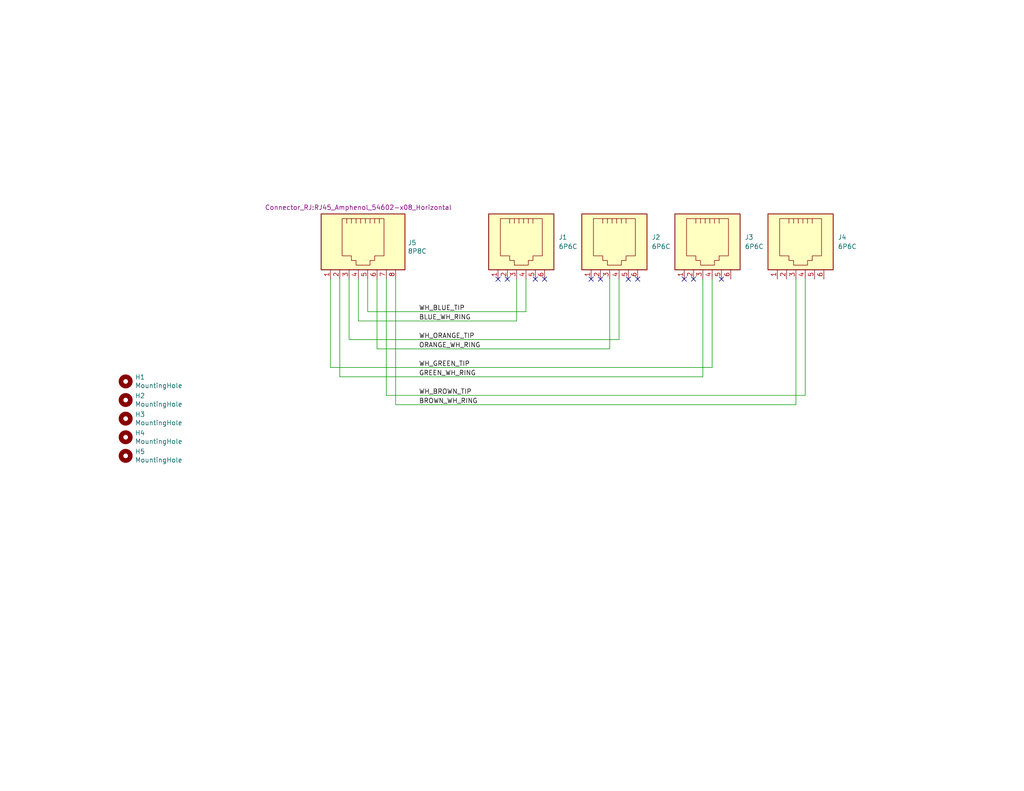
<source format=kicad_sch>
(kicad_sch (version 20231120) (generator "eeschema") (generator_version "8.0")
  (paper "A")
  (title_block (title "T-568A to RJ11 Adapter") (date "2024-07-05") (rev "1") (company "Howard M. Harte") (comment 1 "https://github.com/hharte/T586A_to_RJ11_adapter"))
  (lib_symbols
    (symbol "Connector:6P6C" (pin_names (offset 1.016))
      (property "Reference" "J" (at -5.08 11.43 0))
      (property "Value" "6P6C" (at 2.54 11.43 0))
      (symbol "6P6C_0_1"
        (polyline (pts (xy -6.35 -1.905) (xy -5.08 -1.905) (xy -5.08 -1.905)))
        (polyline (pts (xy -6.35 -0.635) (xy -5.08 -0.635) (xy -5.08 -0.635)))
        (polyline (pts (xy -6.35 0.635) (xy -5.08 0.635) (xy -5.08 0.635)))
        (polyline (pts (xy -6.35 1.905) (xy -5.08 1.905) (xy -5.08 1.905)))
        (polyline (pts (xy -6.35 3.175) (xy -5.08 3.175) (xy -5.08 3.175)))
        (polyline (pts (xy -5.08 4.445) (xy -6.35 4.445) (xy -6.35 4.445)))
        (polyline (pts (xy -6.35 -4.445) (xy -6.35 6.985) (xy 3.81 6.985) (xy 3.81 4.445) (xy 5.08 4.445) (xy 5.08 3.175) (xy 6.35 3.175) (xy 6.35 -0.635) (xy 5.08 -0.635) (xy 5.08 -1.905) (xy 3.81 -1.905) (xy 3.81 -4.445) (xy -6.35 -4.445) (xy -6.35 -4.445)))
        (rectangle (start 7.62 10.16) (end -7.62 -7.62) (stroke (width 0.254)) (fill (type background)))
      )
      (symbol "6P6C_1_1"
        (pin passive line (at 10.16 -5.08 180) (length 2.54) (name "~") (number "1"))
        (pin passive line (at 10.16 -2.54 180) (length 2.54) (name "~") (number "2"))
        (pin passive line (at 10.16 0 180) (length 2.54) (name "~") (number "3"))
        (pin passive line (at 10.16 2.54 180) (length 2.54) (name "~") (number "4"))
        (pin passive line (at 10.16 5.08 180) (length 2.54) (name "~") (number "5"))
        (pin passive line (at 10.16 7.62 180) (length 2.54) (name "~") (number "6"))
      )
    )
    (symbol "Connector:8P8C" (pin_names (offset 1.016))
      (property "Reference" "J" (at -5.08 13.97 0))
      (property "Value" "8P8C" (at 2.54 13.97 0))
      (symbol "8P8C_0_1"
        (polyline (pts (xy -5.08 4.445) (xy -6.35 4.445)))
        (polyline (pts (xy -5.08 5.715) (xy -6.35 5.715)))
        (polyline (pts (xy -6.35 -3.175) (xy -5.08 -3.175) (xy -5.08 -3.175)))
        (polyline (pts (xy -6.35 -1.905) (xy -5.08 -1.905) (xy -5.08 -1.905)))
        (polyline (pts (xy -6.35 -0.635) (xy -5.08 -0.635) (xy -5.08 -0.635)))
        (polyline (pts (xy -6.35 0.635) (xy -5.08 0.635) (xy -5.08 0.635)))
        (polyline (pts (xy -6.35 1.905) (xy -5.08 1.905) (xy -5.08 1.905)))
        (polyline (pts (xy -5.08 3.175) (xy -6.35 3.175) (xy -6.35 3.175)))
        (polyline (pts (xy -6.35 -4.445) (xy -6.35 6.985) (xy 3.81 6.985) (xy 3.81 4.445) (xy 5.08 4.445) (xy 5.08 3.175) (xy 6.35 3.175) (xy 6.35 -0.635) (xy 5.08 -0.635) (xy 5.08 -1.905) (xy 3.81 -1.905) (xy 3.81 -4.445) (xy -6.35 -4.445) (xy -6.35 -4.445)))
        (rectangle (start 7.62 12.7) (end -7.62 -10.16) (stroke (width 0.254)) (fill (type background)))
      )
      (symbol "8P8C_1_1"
        (pin passive line (at 10.16 -7.62 180) (length 2.54) (name "~") (number "1"))
        (pin passive line (at 10.16 -5.08 180) (length 2.54) (name "~") (number "2"))
        (pin passive line (at 10.16 -2.54 180) (length 2.54) (name "~") (number "3"))
        (pin passive line (at 10.16 0 180) (length 2.54) (name "~") (number "4"))
        (pin passive line (at 10.16 2.54 180) (length 2.54) (name "~") (number "5"))
        (pin passive line (at 10.16 5.08 180) (length 2.54) (name "~") (number "6"))
        (pin passive line (at 10.16 7.62 180) (length 2.54) (name "~") (number "7"))
        (pin passive line (at 10.16 10.16 180) (length 2.54) (name "~") (number "8"))
      )
    )
    (symbol "Mechanical:MountingHole" (pin_names (offset 1.016))
      (property "Reference" "H" (at 0 5.08 0))
      (property "Value" "MountingHole" (at 0 3.175 0))
      (symbol "MountingHole_0_1"
        (circle (center 0 0) (radius 1.27) (stroke (width 1.27)))
      )
    )
  )
  (no_connect (at 135.89 76.2))
  (no_connect (at 138.43 76.2))
  (no_connect (at 148.59 76.2))
  (no_connect (at 186.69 76.2))
  (no_connect (at 146.05 76.2))
  (no_connect (at 196.85 76.2))
  (no_connect (at 189.23 76.2))
  (no_connect (at 161.29 76.2))
  (no_connect (at 173.99 76.2))
  (no_connect (at 171.45 76.2))
  (no_connect (at 163.83 76.2))
  (wire (pts (xy 191.77 102.87) (xy 191.77 76.2)))
  (wire (pts (xy 166.37 95.25) (xy 166.37 76.2)))
  (wire (pts (xy 107.95 110.49) (xy 217.17 110.49)))
  (wire (pts (xy 105.41 76.2) (xy 105.41 107.95)))
  (wire (pts (xy 97.79 76.2) (xy 97.79 87.63)))
  (wire (pts (xy 95.25 92.71) (xy 168.91 92.71)))
  (wire (pts (xy 102.87 95.25) (xy 102.87 76.2)))
  (wire (pts (xy 219.71 76.2) (xy 219.71 107.95)))
  (wire (pts (xy 92.71 102.87) (xy 191.77 102.87)))
  (wire (pts (xy 217.17 110.49) (xy 217.17 76.2)))
  (wire (pts (xy 168.91 92.71) (xy 168.91 76.2)))
  (wire (pts (xy 100.33 85.09) (xy 143.51 85.09)))
  (wire (pts (xy 102.87 95.25) (xy 166.37 95.25)))
  (wire (pts (xy 97.79 87.63) (xy 140.97 87.63)))
  (wire (pts (xy 95.25 92.71) (xy 95.25 76.2)))
  (wire (pts (xy 100.33 76.2) (xy 100.33 85.09)))
  (wire (pts (xy 143.51 76.2) (xy 143.51 85.09)))
  (wire (pts (xy 107.95 76.2) (xy 107.95 110.49)))
  (wire (pts (xy 140.97 76.2) (xy 140.97 87.63)))
  (wire (pts (xy 90.17 100.33) (xy 194.31 100.33)))
  (wire (pts (xy 105.41 107.95) (xy 219.71 107.95)))
  (wire (pts (xy 92.71 102.87) (xy 92.71 76.2)))
  (wire (pts (xy 194.31 100.33) (xy 194.31 76.2)))
  (wire (pts (xy 90.17 76.2) (xy 90.17 100.33)))
  (label "WH_BROWN_TIP" (at 114.3 107.95 0))
  (label "BLUE_WH_RING" (at 114.3 87.63 0))
  (label "WH_BLUE_TIP" (at 114.3 85.09 0))
  (label "BROWN_WH_RING" (at 114.3 110.49 0))
  (label "GREEN_WH_RING" (at 114.3 102.87 0))
  (label "ORANGE_WH_RING" (at 114.3 95.25 0))
  (label "WH_ORANGE_TIP" (at 114.3 92.71 0))
  (label "WH_GREEN_TIP" (at 114.3 100.33 0))
  (symbol (lib_id "Mechanical:MountingHole") (at 34.29 119.38 0) (unit 1) (in_bom no)
    (property "Reference" "H4" (at 36.83 118.2116 0) (effects (justify left)))
    (property "Value" "MountingHole" (at 36.83 120.523 0) (effects (justify left)))
    (property "Footprint" "MountingHole:MountingHole_3.2mm_M3_Pad" (effects (hide yes)))
  )
  (symbol (lib_id "Connector:6P6C") (at 140.97 66.04 270) (unit 1)
    (property "Reference" "J1" (at 152.4 64.7699 90) (effects (justify left)))
    (property "Value" "6P6C" (at 152.4 67.3099 90) (effects (justify left)))
    (property "Footprint" "Connector_RJ:RJ12_Amphenol_54601-x06_Horizontal" (effects (hide yes)))
    (property "Description" "RJ connector, 6P6C (6 positions 6 connected), RJ12/RJ18/RJ25" (effects (hide yes)))
    (property "MPN" "54601-906WPLF" (effects (hide yes)))
    (property "Digi-Key_PN" "609-4729-ND" (effects (hide yes)))
  )
  (symbol (lib_id "Connector:6P6C") (at 166.37 66.04 270) (unit 1)
    (property "Reference" "J2" (at 177.8 64.7699 90) (effects (justify left)))
    (property "Value" "6P6C" (at 177.8 67.3099 90) (effects (justify left)))
    (property "Footprint" "Connector_RJ:RJ12_Amphenol_54601-x06_Horizontal" (effects (hide yes)))
    (property "Description" "RJ connector, 6P6C (6 positions 6 connected), RJ12/RJ18/RJ25" (effects (hide yes)))
    (property "MPN" "54601-906WPLF" (effects (hide yes)))
    (property "Digi-Key_PN" "609-4729-ND" (effects (hide yes)))
  )
  (symbol (lib_id "Mechanical:MountingHole") (at 34.29 104.14 0) (unit 1) (in_bom no)
    (property "Reference" "H1" (at 36.83 102.9716 0) (effects (justify left)))
    (property "Value" "MountingHole" (at 36.83 105.283 0) (effects (justify left)))
    (property "Footprint" "MountingHole:MountingHole_3.2mm_M3_Pad" (effects (hide yes)))
  )
  (symbol (lib_id "Mechanical:MountingHole") (at 34.29 114.3 0) (unit 1) (in_bom no)
    (property "Reference" "H3" (at 36.83 113.1316 0) (effects (justify left)))
    (property "Value" "MountingHole" (at 36.83 115.443 0) (effects (justify left)))
    (property "Footprint" "MountingHole:MountingHole_3.2mm_M3_Pad" (effects (hide yes)))
  )
  (symbol (lib_id "Connector:6P6C") (at 191.77 66.04 270) (unit 1)
    (property "Reference" "J3" (at 203.2 64.7699 90) (effects (justify left)))
    (property "Value" "6P6C" (at 203.2 67.3099 90) (effects (justify left)))
    (property "Footprint" "Connector_RJ:RJ12_Amphenol_54601-x06_Horizontal" (effects (hide yes)))
    (property "Description" "RJ connector, 6P6C (6 positions 6 connected), RJ12/RJ18/RJ25" (effects (hide yes)))
    (property "MPN" "54601-906WPLF" (effects (hide yes)))
    (property "Digi-Key_PN" "609-4729-ND" (effects (hide yes)))
  )
  (symbol (lib_id "Mechanical:MountingHole") (at 34.29 124.46 0) (unit 1) (in_bom no)
    (property "Reference" "H5" (at 36.83 123.2916 0) (effects (justify left)))
    (property "Value" "MountingHole" (at 36.83 125.603 0) (effects (justify left)))
    (property "Footprint" "MountingHole:MountingHole_3.2mm_M3_Pad" (effects (hide yes)))
  )
  (symbol (lib_id "Connector:8P8C") (at 97.79 66.04 270) (unit 1)
    (property "Reference" "J5" (at 111.252 66.2686 90) (effects (justify left)))
    (property "Value" "8P8C" (at 111.252 68.58 90) (effects (justify left)))
    (property "Footprint" "Connector_RJ:RJ45_Amphenol_54602-x08_Horizontal" (at 97.79 56.642 90))
    (property "MPN" "54602-908LF" (effects (hide yes)))
    (property "Digi-Key_PN" "609-1046-ND" (effects (hide yes)))
  )
  (symbol (lib_id "Connector:6P6C") (at 217.17 66.04 270) (unit 1)
    (property "Reference" "J4" (at 228.6 64.7699 90) (effects (justify left)))
    (property "Value" "6P6C" (at 228.6 67.3099 90) (effects (justify left)))
    (property "Footprint" "Connector_RJ:RJ12_Amphenol_54601-x06_Horizontal" (effects (hide yes)))
    (property "Description" "RJ connector, 6P6C (6 positions 6 connected), RJ12/RJ18/RJ25" (effects (hide yes)))
    (property "Digi-Key_PN" "609-4729-ND" (effects (hide yes)))
    (property "MPN" "54601-906WPLF" (effects (hide yes)))
  )
  (symbol (lib_id "Mechanical:MountingHole") (at 34.29 109.22 0) (unit 1) (in_bom no)
    (property "Reference" "H2" (at 36.83 108.0516 0) (effects (justify left)))
    (property "Value" "MountingHole" (at 36.83 110.363 0) (effects (justify left)))
    (property "Footprint" "MountingHole:MountingHole_3.2mm_M3_Pad" (effects (hide yes)))
  )
)
</source>
